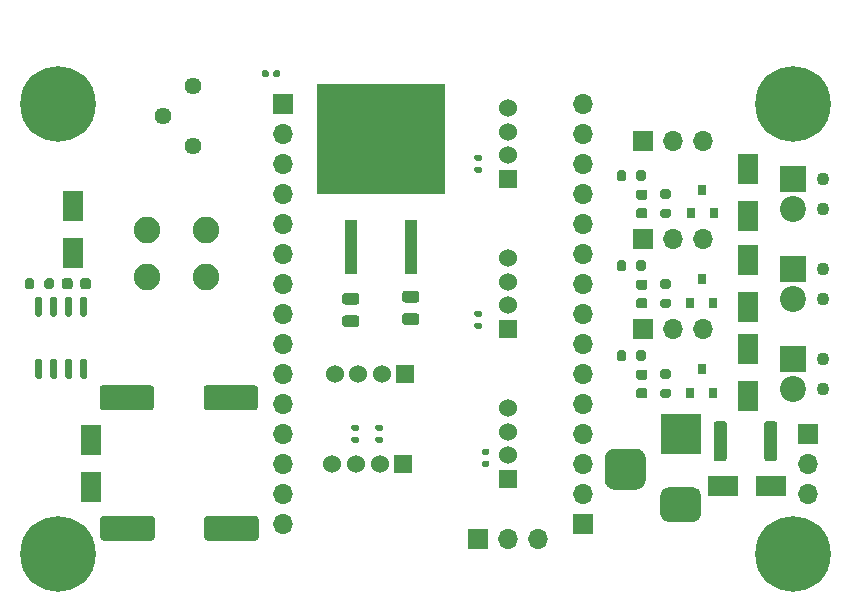
<source format=gbr>
%TF.GenerationSoftware,KiCad,Pcbnew,5.1.10-88a1d61d58~88~ubuntu20.04.1*%
%TF.CreationDate,2021-05-09T16:45:47+02:00*%
%TF.ProjectId,Control_board,436f6e74-726f-46c5-9f62-6f6172642e6b,rev?*%
%TF.SameCoordinates,Original*%
%TF.FileFunction,Soldermask,Top*%
%TF.FilePolarity,Negative*%
%FSLAX46Y46*%
G04 Gerber Fmt 4.6, Leading zero omitted, Abs format (unit mm)*
G04 Created by KiCad (PCBNEW 5.1.10-88a1d61d58~88~ubuntu20.04.1) date 2021-05-09 16:45:47*
%MOMM*%
%LPD*%
G01*
G04 APERTURE LIST*
%ADD10C,1.524000*%
%ADD11R,1.524000X1.524000*%
%ADD12C,1.440000*%
%ADD13R,1.800000X2.500000*%
%ADD14R,2.500000X1.800000*%
%ADD15C,6.400000*%
%ADD16C,0.800000*%
%ADD17R,3.500000X3.500000*%
%ADD18R,2.200000X2.200000*%
%ADD19C,1.100000*%
%ADD20C,2.200000*%
%ADD21O,1.700000X1.700000*%
%ADD22R,1.700000X1.700000*%
%ADD23R,0.800000X0.900000*%
%ADD24R,1.100000X4.600000*%
%ADD25R,10.800000X9.400000*%
%ADD26C,2.250000*%
G04 APERTURE END LIST*
D10*
%TO.C,J1*%
X169450000Y-76200000D03*
X171450000Y-76200000D03*
X173450000Y-76200000D03*
D11*
X175450000Y-76200000D03*
%TD*%
D12*
%TO.C,RV1*%
X157480000Y-56896000D03*
X154940000Y-54356000D03*
X157480000Y-51816000D03*
%TD*%
%TO.C,R3*%
G36*
G01*
X197760000Y-70631000D02*
X197210000Y-70631000D01*
G75*
G02*
X197010000Y-70431000I0J200000D01*
G01*
X197010000Y-70031000D01*
G75*
G02*
X197210000Y-69831000I200000J0D01*
G01*
X197760000Y-69831000D01*
G75*
G02*
X197960000Y-70031000I0J-200000D01*
G01*
X197960000Y-70431000D01*
G75*
G02*
X197760000Y-70631000I-200000J0D01*
G01*
G37*
G36*
G01*
X197760000Y-68981000D02*
X197210000Y-68981000D01*
G75*
G02*
X197010000Y-68781000I0J200000D01*
G01*
X197010000Y-68381000D01*
G75*
G02*
X197210000Y-68181000I200000J0D01*
G01*
X197760000Y-68181000D01*
G75*
G02*
X197960000Y-68381000I0J-200000D01*
G01*
X197960000Y-68781000D01*
G75*
G02*
X197760000Y-68981000I-200000J0D01*
G01*
G37*
%TD*%
%TO.C,C1*%
G36*
G01*
X158418500Y-90081001D02*
X158418500Y-88480999D01*
G75*
G02*
X158668499Y-88231000I249999J0D01*
G01*
X162768501Y-88231000D01*
G75*
G02*
X163018500Y-88480999I0J-249999D01*
G01*
X163018500Y-90081001D01*
G75*
G02*
X162768501Y-90331000I-249999J0D01*
G01*
X158668499Y-90331000D01*
G75*
G02*
X158418500Y-90081001I0J249999D01*
G01*
G37*
G36*
G01*
X149618500Y-90081001D02*
X149618500Y-88480999D01*
G75*
G02*
X149868499Y-88231000I249999J0D01*
G01*
X153968501Y-88231000D01*
G75*
G02*
X154218500Y-88480999I0J-249999D01*
G01*
X154218500Y-90081001D01*
G75*
G02*
X153968501Y-90331000I-249999J0D01*
G01*
X149868499Y-90331000D01*
G75*
G02*
X149618500Y-90081001I0J249999D01*
G01*
G37*
%TD*%
%TO.C,C2*%
G36*
G01*
X148812000Y-68330000D02*
X148812000Y-68830000D01*
G75*
G02*
X148587000Y-69055000I-225000J0D01*
G01*
X148137000Y-69055000D01*
G75*
G02*
X147912000Y-68830000I0J225000D01*
G01*
X147912000Y-68330000D01*
G75*
G02*
X148137000Y-68105000I225000J0D01*
G01*
X148587000Y-68105000D01*
G75*
G02*
X148812000Y-68330000I0J-225000D01*
G01*
G37*
G36*
G01*
X147262000Y-68330000D02*
X147262000Y-68830000D01*
G75*
G02*
X147037000Y-69055000I-225000J0D01*
G01*
X146587000Y-69055000D01*
G75*
G02*
X146362000Y-68830000I0J225000D01*
G01*
X146362000Y-68330000D01*
G75*
G02*
X146587000Y-68105000I225000J0D01*
G01*
X147037000Y-68105000D01*
G75*
G02*
X147262000Y-68330000I0J-225000D01*
G01*
G37*
%TD*%
%TO.C,C3*%
G36*
G01*
X162955000Y-77431999D02*
X162955000Y-79032001D01*
G75*
G02*
X162705001Y-79282000I-249999J0D01*
G01*
X158604999Y-79282000D01*
G75*
G02*
X158355000Y-79032001I0J249999D01*
G01*
X158355000Y-77431999D01*
G75*
G02*
X158604999Y-77182000I249999J0D01*
G01*
X162705001Y-77182000D01*
G75*
G02*
X162955000Y-77431999I0J-249999D01*
G01*
G37*
G36*
G01*
X154155000Y-77431999D02*
X154155000Y-79032001D01*
G75*
G02*
X153905001Y-79282000I-249999J0D01*
G01*
X149804999Y-79282000D01*
G75*
G02*
X149555000Y-79032001I0J249999D01*
G01*
X149555000Y-77431999D01*
G75*
G02*
X149804999Y-77182000I249999J0D01*
G01*
X153905001Y-77182000D01*
G75*
G02*
X154155000Y-77431999I0J-249999D01*
G01*
G37*
%TD*%
%TO.C,C4*%
G36*
G01*
X170340000Y-69350000D02*
X171290000Y-69350000D01*
G75*
G02*
X171540000Y-69600000I0J-250000D01*
G01*
X171540000Y-70100000D01*
G75*
G02*
X171290000Y-70350000I-250000J0D01*
G01*
X170340000Y-70350000D01*
G75*
G02*
X170090000Y-70100000I0J250000D01*
G01*
X170090000Y-69600000D01*
G75*
G02*
X170340000Y-69350000I250000J0D01*
G01*
G37*
G36*
G01*
X170340000Y-71250000D02*
X171290000Y-71250000D01*
G75*
G02*
X171540000Y-71500000I0J-250000D01*
G01*
X171540000Y-72000000D01*
G75*
G02*
X171290000Y-72250000I-250000J0D01*
G01*
X170340000Y-72250000D01*
G75*
G02*
X170090000Y-72000000I0J250000D01*
G01*
X170090000Y-71500000D01*
G75*
G02*
X170340000Y-71250000I250000J0D01*
G01*
G37*
%TD*%
D13*
%TO.C,D1*%
X147320000Y-61976000D03*
X147320000Y-65976000D03*
%TD*%
%TO.C,D2*%
X148844000Y-81820000D03*
X148844000Y-85820000D03*
%TD*%
%TO.C,D3*%
G36*
G01*
X195196750Y-69793500D02*
X195709250Y-69793500D01*
G75*
G02*
X195928000Y-70012250I0J-218750D01*
G01*
X195928000Y-70449750D01*
G75*
G02*
X195709250Y-70668500I-218750J0D01*
G01*
X195196750Y-70668500D01*
G75*
G02*
X194978000Y-70449750I0J218750D01*
G01*
X194978000Y-70012250D01*
G75*
G02*
X195196750Y-69793500I218750J0D01*
G01*
G37*
G36*
G01*
X195196750Y-68218500D02*
X195709250Y-68218500D01*
G75*
G02*
X195928000Y-68437250I0J-218750D01*
G01*
X195928000Y-68874750D01*
G75*
G02*
X195709250Y-69093500I-218750J0D01*
G01*
X195196750Y-69093500D01*
G75*
G02*
X194978000Y-68874750I0J218750D01*
G01*
X194978000Y-68437250D01*
G75*
G02*
X195196750Y-68218500I218750J0D01*
G01*
G37*
%TD*%
%TO.C,D4*%
X204470000Y-70580000D03*
X204470000Y-66580000D03*
%TD*%
%TO.C,D5*%
G36*
G01*
X195196750Y-60598500D02*
X195709250Y-60598500D01*
G75*
G02*
X195928000Y-60817250I0J-218750D01*
G01*
X195928000Y-61254750D01*
G75*
G02*
X195709250Y-61473500I-218750J0D01*
G01*
X195196750Y-61473500D01*
G75*
G02*
X194978000Y-61254750I0J218750D01*
G01*
X194978000Y-60817250D01*
G75*
G02*
X195196750Y-60598500I218750J0D01*
G01*
G37*
G36*
G01*
X195196750Y-62173500D02*
X195709250Y-62173500D01*
G75*
G02*
X195928000Y-62392250I0J-218750D01*
G01*
X195928000Y-62829750D01*
G75*
G02*
X195709250Y-63048500I-218750J0D01*
G01*
X195196750Y-63048500D01*
G75*
G02*
X194978000Y-62829750I0J218750D01*
G01*
X194978000Y-62392250D01*
G75*
G02*
X195196750Y-62173500I218750J0D01*
G01*
G37*
%TD*%
%TO.C,D6*%
X204470000Y-58865000D03*
X204470000Y-62865000D03*
%TD*%
%TO.C,D7*%
G36*
G01*
X195196750Y-75838500D02*
X195709250Y-75838500D01*
G75*
G02*
X195928000Y-76057250I0J-218750D01*
G01*
X195928000Y-76494750D01*
G75*
G02*
X195709250Y-76713500I-218750J0D01*
G01*
X195196750Y-76713500D01*
G75*
G02*
X194978000Y-76494750I0J218750D01*
G01*
X194978000Y-76057250D01*
G75*
G02*
X195196750Y-75838500I218750J0D01*
G01*
G37*
G36*
G01*
X195196750Y-77413500D02*
X195709250Y-77413500D01*
G75*
G02*
X195928000Y-77632250I0J-218750D01*
G01*
X195928000Y-78069750D01*
G75*
G02*
X195709250Y-78288500I-218750J0D01*
G01*
X195196750Y-78288500D01*
G75*
G02*
X194978000Y-78069750I0J218750D01*
G01*
X194978000Y-77632250D01*
G75*
G02*
X195196750Y-77413500I218750J0D01*
G01*
G37*
%TD*%
%TO.C,D8*%
X204470000Y-74105000D03*
X204470000Y-78105000D03*
%TD*%
D14*
%TO.C,D9*%
X206375000Y-85725000D03*
X202375000Y-85725000D03*
%TD*%
%TO.C,F1*%
G36*
G01*
X206937500Y-80464998D02*
X206937500Y-83365002D01*
G75*
G02*
X206687502Y-83615000I-249998J0D01*
G01*
X206062498Y-83615000D01*
G75*
G02*
X205812500Y-83365002I0J249998D01*
G01*
X205812500Y-80464998D01*
G75*
G02*
X206062498Y-80215000I249998J0D01*
G01*
X206687502Y-80215000D01*
G75*
G02*
X206937500Y-80464998I0J-249998D01*
G01*
G37*
G36*
G01*
X202662500Y-80464998D02*
X202662500Y-83365002D01*
G75*
G02*
X202412502Y-83615000I-249998J0D01*
G01*
X201787498Y-83615000D01*
G75*
G02*
X201537500Y-83365002I0J249998D01*
G01*
X201537500Y-80464998D01*
G75*
G02*
X201787498Y-80215000I249998J0D01*
G01*
X202412502Y-80215000D01*
G75*
G02*
X202662500Y-80464998I0J-249998D01*
G01*
G37*
%TD*%
D15*
%TO.C,H1*%
X208280000Y-91440000D03*
D16*
X210680000Y-91440000D03*
X209977056Y-93137056D03*
X208280000Y-93840000D03*
X206582944Y-93137056D03*
X205880000Y-91440000D03*
X206582944Y-89742944D03*
X208280000Y-89040000D03*
X209977056Y-89742944D03*
%TD*%
%TO.C,H2*%
X209977056Y-51642944D03*
X208280000Y-50940000D03*
X206582944Y-51642944D03*
X205880000Y-53340000D03*
X206582944Y-55037056D03*
X208280000Y-55740000D03*
X209977056Y-55037056D03*
X210680000Y-53340000D03*
D15*
X208280000Y-53340000D03*
%TD*%
%TO.C,H3*%
X146050000Y-53340000D03*
D16*
X148450000Y-53340000D03*
X147747056Y-55037056D03*
X146050000Y-55740000D03*
X144352944Y-55037056D03*
X143650000Y-53340000D03*
X144352944Y-51642944D03*
X146050000Y-50940000D03*
X147747056Y-51642944D03*
%TD*%
%TO.C,H4*%
X147747056Y-89742944D03*
X146050000Y-89040000D03*
X144352944Y-89742944D03*
X143650000Y-91440000D03*
X144352944Y-93137056D03*
X146050000Y-93840000D03*
X147747056Y-93137056D03*
X148450000Y-91440000D03*
D15*
X146050000Y-91440000D03*
%TD*%
D11*
%TO.C,J2*%
X184150000Y-59690000D03*
D10*
X184150000Y-57690000D03*
X184150000Y-55690000D03*
X184150000Y-53690000D03*
%TD*%
D11*
%TO.C,J3*%
X184150000Y-72390000D03*
D10*
X184150000Y-70390000D03*
X184150000Y-68390000D03*
X184150000Y-66390000D03*
%TD*%
%TO.C,J4*%
X184150000Y-79090000D03*
X184150000Y-81090000D03*
X184150000Y-83090000D03*
D11*
X184150000Y-85090000D03*
%TD*%
%TO.C,J5*%
X175260000Y-83820000D03*
D10*
X173260000Y-83820000D03*
X171260000Y-83820000D03*
X169260000Y-83820000D03*
%TD*%
D17*
%TO.C,J6*%
X198755000Y-81280000D03*
G36*
G01*
X199755000Y-88780000D02*
X197755000Y-88780000D01*
G75*
G02*
X197005000Y-88030000I0J750000D01*
G01*
X197005000Y-86530000D01*
G75*
G02*
X197755000Y-85780000I750000J0D01*
G01*
X199755000Y-85780000D01*
G75*
G02*
X200505000Y-86530000I0J-750000D01*
G01*
X200505000Y-88030000D01*
G75*
G02*
X199755000Y-88780000I-750000J0D01*
G01*
G37*
G36*
G01*
X194930000Y-86030000D02*
X193180000Y-86030000D01*
G75*
G02*
X192305000Y-85155000I0J875000D01*
G01*
X192305000Y-83405000D01*
G75*
G02*
X193180000Y-82530000I875000J0D01*
G01*
X194930000Y-82530000D01*
G75*
G02*
X195805000Y-83405000I0J-875000D01*
G01*
X195805000Y-85155000D01*
G75*
G02*
X194930000Y-86030000I-875000J0D01*
G01*
G37*
%TD*%
D18*
%TO.C,J7*%
X208280000Y-67310000D03*
D19*
X210820000Y-67310000D03*
D20*
X208280000Y-69850000D03*
D19*
X210820000Y-69850000D03*
%TD*%
%TO.C,J8*%
X210820000Y-62230000D03*
D20*
X208280000Y-62230000D03*
D19*
X210820000Y-59690000D03*
D18*
X208280000Y-59690000D03*
%TD*%
%TO.C,J9*%
X208280000Y-74930000D03*
D19*
X210820000Y-74930000D03*
D20*
X208280000Y-77470000D03*
D19*
X210820000Y-77470000D03*
%TD*%
D21*
%TO.C,J10*%
X190500000Y-53340000D03*
X190500000Y-55880000D03*
X190500000Y-58420000D03*
X190500000Y-60960000D03*
X190500000Y-63500000D03*
X190500000Y-66040000D03*
X190500000Y-68580000D03*
X190500000Y-71120000D03*
X190500000Y-73660000D03*
X190500000Y-76200000D03*
X190500000Y-78740000D03*
X190500000Y-81280000D03*
X190500000Y-83820000D03*
X190500000Y-86360000D03*
D22*
X190500000Y-88900000D03*
%TD*%
%TO.C,J11*%
X165100000Y-53340000D03*
D21*
X165100000Y-55880000D03*
X165100000Y-58420000D03*
X165100000Y-60960000D03*
X165100000Y-63500000D03*
X165100000Y-66040000D03*
X165100000Y-68580000D03*
X165100000Y-71120000D03*
X165100000Y-73660000D03*
X165100000Y-76200000D03*
X165100000Y-78740000D03*
X165100000Y-81280000D03*
X165100000Y-83820000D03*
X165100000Y-86360000D03*
X165100000Y-88900000D03*
%TD*%
D22*
%TO.C,JP1*%
X195580000Y-64770000D03*
D21*
X198120000Y-64770000D03*
X200660000Y-64770000D03*
%TD*%
%TO.C,JP2*%
X200660000Y-56515000D03*
X198120000Y-56515000D03*
D22*
X195580000Y-56515000D03*
%TD*%
%TO.C,JP3*%
X195580000Y-72390000D03*
D21*
X198120000Y-72390000D03*
X200660000Y-72390000D03*
%TD*%
D22*
%TO.C,JP4*%
X181610000Y-90170000D03*
D21*
X184150000Y-90170000D03*
X186690000Y-90170000D03*
%TD*%
%TO.C,JP5*%
X209550000Y-86360000D03*
X209550000Y-83820000D03*
D22*
X209550000Y-81280000D03*
%TD*%
D23*
%TO.C,Q1*%
X200533000Y-68215000D03*
X201483000Y-70215000D03*
X199583000Y-70215000D03*
%TD*%
%TO.C,Q2*%
X199649000Y-62611000D03*
X201549000Y-62611000D03*
X200599000Y-60611000D03*
%TD*%
%TO.C,Q3*%
X199583000Y-77819000D03*
X201483000Y-77819000D03*
X200533000Y-75819000D03*
%TD*%
%TO.C,R1*%
G36*
G01*
X145688000Y-68305000D02*
X145688000Y-68855000D01*
G75*
G02*
X145488000Y-69055000I-200000J0D01*
G01*
X145088000Y-69055000D01*
G75*
G02*
X144888000Y-68855000I0J200000D01*
G01*
X144888000Y-68305000D01*
G75*
G02*
X145088000Y-68105000I200000J0D01*
G01*
X145488000Y-68105000D01*
G75*
G02*
X145688000Y-68305000I0J-200000D01*
G01*
G37*
G36*
G01*
X144038000Y-68305000D02*
X144038000Y-68855000D01*
G75*
G02*
X143838000Y-69055000I-200000J0D01*
G01*
X143438000Y-69055000D01*
G75*
G02*
X143238000Y-68855000I0J200000D01*
G01*
X143238000Y-68305000D01*
G75*
G02*
X143438000Y-68105000I200000J0D01*
G01*
X143838000Y-68105000D01*
G75*
G02*
X144038000Y-68305000I0J-200000D01*
G01*
G37*
%TD*%
%TO.C,R2*%
G36*
G01*
X195789000Y-66781000D02*
X195789000Y-67331000D01*
G75*
G02*
X195589000Y-67531000I-200000J0D01*
G01*
X195189000Y-67531000D01*
G75*
G02*
X194989000Y-67331000I0J200000D01*
G01*
X194989000Y-66781000D01*
G75*
G02*
X195189000Y-66581000I200000J0D01*
G01*
X195589000Y-66581000D01*
G75*
G02*
X195789000Y-66781000I0J-200000D01*
G01*
G37*
G36*
G01*
X194139000Y-66781000D02*
X194139000Y-67331000D01*
G75*
G02*
X193939000Y-67531000I-200000J0D01*
G01*
X193539000Y-67531000D01*
G75*
G02*
X193339000Y-67331000I0J200000D01*
G01*
X193339000Y-66781000D01*
G75*
G02*
X193539000Y-66581000I200000J0D01*
G01*
X193939000Y-66581000D01*
G75*
G02*
X194139000Y-66781000I0J-200000D01*
G01*
G37*
%TD*%
%TO.C,R4*%
G36*
G01*
X194139000Y-59161000D02*
X194139000Y-59711000D01*
G75*
G02*
X193939000Y-59911000I-200000J0D01*
G01*
X193539000Y-59911000D01*
G75*
G02*
X193339000Y-59711000I0J200000D01*
G01*
X193339000Y-59161000D01*
G75*
G02*
X193539000Y-58961000I200000J0D01*
G01*
X193939000Y-58961000D01*
G75*
G02*
X194139000Y-59161000I0J-200000D01*
G01*
G37*
G36*
G01*
X195789000Y-59161000D02*
X195789000Y-59711000D01*
G75*
G02*
X195589000Y-59911000I-200000J0D01*
G01*
X195189000Y-59911000D01*
G75*
G02*
X194989000Y-59711000I0J200000D01*
G01*
X194989000Y-59161000D01*
G75*
G02*
X195189000Y-58961000I200000J0D01*
G01*
X195589000Y-58961000D01*
G75*
G02*
X195789000Y-59161000I0J-200000D01*
G01*
G37*
%TD*%
%TO.C,R5*%
G36*
G01*
X197760000Y-63011000D02*
X197210000Y-63011000D01*
G75*
G02*
X197010000Y-62811000I0J200000D01*
G01*
X197010000Y-62411000D01*
G75*
G02*
X197210000Y-62211000I200000J0D01*
G01*
X197760000Y-62211000D01*
G75*
G02*
X197960000Y-62411000I0J-200000D01*
G01*
X197960000Y-62811000D01*
G75*
G02*
X197760000Y-63011000I-200000J0D01*
G01*
G37*
G36*
G01*
X197760000Y-61361000D02*
X197210000Y-61361000D01*
G75*
G02*
X197010000Y-61161000I0J200000D01*
G01*
X197010000Y-60761000D01*
G75*
G02*
X197210000Y-60561000I200000J0D01*
G01*
X197760000Y-60561000D01*
G75*
G02*
X197960000Y-60761000I0J-200000D01*
G01*
X197960000Y-61161000D01*
G75*
G02*
X197760000Y-61361000I-200000J0D01*
G01*
G37*
%TD*%
%TO.C,R6*%
G36*
G01*
X194139000Y-74401000D02*
X194139000Y-74951000D01*
G75*
G02*
X193939000Y-75151000I-200000J0D01*
G01*
X193539000Y-75151000D01*
G75*
G02*
X193339000Y-74951000I0J200000D01*
G01*
X193339000Y-74401000D01*
G75*
G02*
X193539000Y-74201000I200000J0D01*
G01*
X193939000Y-74201000D01*
G75*
G02*
X194139000Y-74401000I0J-200000D01*
G01*
G37*
G36*
G01*
X195789000Y-74401000D02*
X195789000Y-74951000D01*
G75*
G02*
X195589000Y-75151000I-200000J0D01*
G01*
X195189000Y-75151000D01*
G75*
G02*
X194989000Y-74951000I0J200000D01*
G01*
X194989000Y-74401000D01*
G75*
G02*
X195189000Y-74201000I200000J0D01*
G01*
X195589000Y-74201000D01*
G75*
G02*
X195789000Y-74401000I0J-200000D01*
G01*
G37*
%TD*%
%TO.C,R7*%
G36*
G01*
X197760000Y-76601000D02*
X197210000Y-76601000D01*
G75*
G02*
X197010000Y-76401000I0J200000D01*
G01*
X197010000Y-76001000D01*
G75*
G02*
X197210000Y-75801000I200000J0D01*
G01*
X197760000Y-75801000D01*
G75*
G02*
X197960000Y-76001000I0J-200000D01*
G01*
X197960000Y-76401000D01*
G75*
G02*
X197760000Y-76601000I-200000J0D01*
G01*
G37*
G36*
G01*
X197760000Y-78251000D02*
X197210000Y-78251000D01*
G75*
G02*
X197010000Y-78051000I0J200000D01*
G01*
X197010000Y-77651000D01*
G75*
G02*
X197210000Y-77451000I200000J0D01*
G01*
X197760000Y-77451000D01*
G75*
G02*
X197960000Y-77651000I0J-200000D01*
G01*
X197960000Y-78051000D01*
G75*
G02*
X197760000Y-78251000I-200000J0D01*
G01*
G37*
%TD*%
%TO.C,R8*%
G36*
G01*
X181795000Y-59200000D02*
X181425000Y-59200000D01*
G75*
G02*
X181290000Y-59065000I0J135000D01*
G01*
X181290000Y-58795000D01*
G75*
G02*
X181425000Y-58660000I135000J0D01*
G01*
X181795000Y-58660000D01*
G75*
G02*
X181930000Y-58795000I0J-135000D01*
G01*
X181930000Y-59065000D01*
G75*
G02*
X181795000Y-59200000I-135000J0D01*
G01*
G37*
G36*
G01*
X181795000Y-58180000D02*
X181425000Y-58180000D01*
G75*
G02*
X181290000Y-58045000I0J135000D01*
G01*
X181290000Y-57775000D01*
G75*
G02*
X181425000Y-57640000I135000J0D01*
G01*
X181795000Y-57640000D01*
G75*
G02*
X181930000Y-57775000I0J-135000D01*
G01*
X181930000Y-58045000D01*
G75*
G02*
X181795000Y-58180000I-135000J0D01*
G01*
G37*
%TD*%
%TO.C,R9*%
G36*
G01*
X181795000Y-72410000D02*
X181425000Y-72410000D01*
G75*
G02*
X181290000Y-72275000I0J135000D01*
G01*
X181290000Y-72005000D01*
G75*
G02*
X181425000Y-71870000I135000J0D01*
G01*
X181795000Y-71870000D01*
G75*
G02*
X181930000Y-72005000I0J-135000D01*
G01*
X181930000Y-72275000D01*
G75*
G02*
X181795000Y-72410000I-135000J0D01*
G01*
G37*
G36*
G01*
X181795000Y-71390000D02*
X181425000Y-71390000D01*
G75*
G02*
X181290000Y-71255000I0J135000D01*
G01*
X181290000Y-70985000D01*
G75*
G02*
X181425000Y-70850000I135000J0D01*
G01*
X181795000Y-70850000D01*
G75*
G02*
X181930000Y-70985000I0J-135000D01*
G01*
X181930000Y-71255000D01*
G75*
G02*
X181795000Y-71390000I-135000J0D01*
G01*
G37*
%TD*%
%TO.C,R10*%
G36*
G01*
X182430000Y-84090000D02*
X182060000Y-84090000D01*
G75*
G02*
X181925000Y-83955000I0J135000D01*
G01*
X181925000Y-83685000D01*
G75*
G02*
X182060000Y-83550000I135000J0D01*
G01*
X182430000Y-83550000D01*
G75*
G02*
X182565000Y-83685000I0J-135000D01*
G01*
X182565000Y-83955000D01*
G75*
G02*
X182430000Y-84090000I-135000J0D01*
G01*
G37*
G36*
G01*
X182430000Y-83070000D02*
X182060000Y-83070000D01*
G75*
G02*
X181925000Y-82935000I0J135000D01*
G01*
X181925000Y-82665000D01*
G75*
G02*
X182060000Y-82530000I135000J0D01*
G01*
X182430000Y-82530000D01*
G75*
G02*
X182565000Y-82665000I0J-135000D01*
G01*
X182565000Y-82935000D01*
G75*
G02*
X182430000Y-83070000I-135000J0D01*
G01*
G37*
%TD*%
%TO.C,R11*%
G36*
G01*
X173043000Y-81518000D02*
X173413000Y-81518000D01*
G75*
G02*
X173548000Y-81653000I0J-135000D01*
G01*
X173548000Y-81923000D01*
G75*
G02*
X173413000Y-82058000I-135000J0D01*
G01*
X173043000Y-82058000D01*
G75*
G02*
X172908000Y-81923000I0J135000D01*
G01*
X172908000Y-81653000D01*
G75*
G02*
X173043000Y-81518000I135000J0D01*
G01*
G37*
G36*
G01*
X173043000Y-80498000D02*
X173413000Y-80498000D01*
G75*
G02*
X173548000Y-80633000I0J-135000D01*
G01*
X173548000Y-80903000D01*
G75*
G02*
X173413000Y-81038000I-135000J0D01*
G01*
X173043000Y-81038000D01*
G75*
G02*
X172908000Y-80903000I0J135000D01*
G01*
X172908000Y-80633000D01*
G75*
G02*
X173043000Y-80498000I135000J0D01*
G01*
G37*
%TD*%
%TO.C,R12*%
G36*
G01*
X171011000Y-81522000D02*
X171381000Y-81522000D01*
G75*
G02*
X171516000Y-81657000I0J-135000D01*
G01*
X171516000Y-81927000D01*
G75*
G02*
X171381000Y-82062000I-135000J0D01*
G01*
X171011000Y-82062000D01*
G75*
G02*
X170876000Y-81927000I0J135000D01*
G01*
X170876000Y-81657000D01*
G75*
G02*
X171011000Y-81522000I135000J0D01*
G01*
G37*
G36*
G01*
X171011000Y-80502000D02*
X171381000Y-80502000D01*
G75*
G02*
X171516000Y-80637000I0J-135000D01*
G01*
X171516000Y-80907000D01*
G75*
G02*
X171381000Y-81042000I-135000J0D01*
G01*
X171011000Y-81042000D01*
G75*
G02*
X170876000Y-80907000I0J135000D01*
G01*
X170876000Y-80637000D01*
G75*
G02*
X171011000Y-80502000I135000J0D01*
G01*
G37*
%TD*%
%TO.C,U1*%
G36*
G01*
X148059000Y-69702000D02*
X148359000Y-69702000D01*
G75*
G02*
X148509000Y-69852000I0J-150000D01*
G01*
X148509000Y-71202000D01*
G75*
G02*
X148359000Y-71352000I-150000J0D01*
G01*
X148059000Y-71352000D01*
G75*
G02*
X147909000Y-71202000I0J150000D01*
G01*
X147909000Y-69852000D01*
G75*
G02*
X148059000Y-69702000I150000J0D01*
G01*
G37*
G36*
G01*
X146789000Y-69702000D02*
X147089000Y-69702000D01*
G75*
G02*
X147239000Y-69852000I0J-150000D01*
G01*
X147239000Y-71202000D01*
G75*
G02*
X147089000Y-71352000I-150000J0D01*
G01*
X146789000Y-71352000D01*
G75*
G02*
X146639000Y-71202000I0J150000D01*
G01*
X146639000Y-69852000D01*
G75*
G02*
X146789000Y-69702000I150000J0D01*
G01*
G37*
G36*
G01*
X145519000Y-69702000D02*
X145819000Y-69702000D01*
G75*
G02*
X145969000Y-69852000I0J-150000D01*
G01*
X145969000Y-71202000D01*
G75*
G02*
X145819000Y-71352000I-150000J0D01*
G01*
X145519000Y-71352000D01*
G75*
G02*
X145369000Y-71202000I0J150000D01*
G01*
X145369000Y-69852000D01*
G75*
G02*
X145519000Y-69702000I150000J0D01*
G01*
G37*
G36*
G01*
X144249000Y-69702000D02*
X144549000Y-69702000D01*
G75*
G02*
X144699000Y-69852000I0J-150000D01*
G01*
X144699000Y-71202000D01*
G75*
G02*
X144549000Y-71352000I-150000J0D01*
G01*
X144249000Y-71352000D01*
G75*
G02*
X144099000Y-71202000I0J150000D01*
G01*
X144099000Y-69852000D01*
G75*
G02*
X144249000Y-69702000I150000J0D01*
G01*
G37*
G36*
G01*
X144249000Y-74952000D02*
X144549000Y-74952000D01*
G75*
G02*
X144699000Y-75102000I0J-150000D01*
G01*
X144699000Y-76452000D01*
G75*
G02*
X144549000Y-76602000I-150000J0D01*
G01*
X144249000Y-76602000D01*
G75*
G02*
X144099000Y-76452000I0J150000D01*
G01*
X144099000Y-75102000D01*
G75*
G02*
X144249000Y-74952000I150000J0D01*
G01*
G37*
G36*
G01*
X145519000Y-74952000D02*
X145819000Y-74952000D01*
G75*
G02*
X145969000Y-75102000I0J-150000D01*
G01*
X145969000Y-76452000D01*
G75*
G02*
X145819000Y-76602000I-150000J0D01*
G01*
X145519000Y-76602000D01*
G75*
G02*
X145369000Y-76452000I0J150000D01*
G01*
X145369000Y-75102000D01*
G75*
G02*
X145519000Y-74952000I150000J0D01*
G01*
G37*
G36*
G01*
X146789000Y-74952000D02*
X147089000Y-74952000D01*
G75*
G02*
X147239000Y-75102000I0J-150000D01*
G01*
X147239000Y-76452000D01*
G75*
G02*
X147089000Y-76602000I-150000J0D01*
G01*
X146789000Y-76602000D01*
G75*
G02*
X146639000Y-76452000I0J150000D01*
G01*
X146639000Y-75102000D01*
G75*
G02*
X146789000Y-74952000I150000J0D01*
G01*
G37*
G36*
G01*
X148059000Y-74952000D02*
X148359000Y-74952000D01*
G75*
G02*
X148509000Y-75102000I0J-150000D01*
G01*
X148509000Y-76452000D01*
G75*
G02*
X148359000Y-76602000I-150000J0D01*
G01*
X148059000Y-76602000D01*
G75*
G02*
X147909000Y-76452000I0J150000D01*
G01*
X147909000Y-75102000D01*
G75*
G02*
X148059000Y-74952000I150000J0D01*
G01*
G37*
%TD*%
D24*
%TO.C,U2*%
X170815000Y-65465000D03*
X175895000Y-65465000D03*
D25*
X173355000Y-56315000D03*
%TD*%
%TO.C,C5*%
G36*
G01*
X175420000Y-69175000D02*
X176370000Y-69175000D01*
G75*
G02*
X176620000Y-69425000I0J-250000D01*
G01*
X176620000Y-69925000D01*
G75*
G02*
X176370000Y-70175000I-250000J0D01*
G01*
X175420000Y-70175000D01*
G75*
G02*
X175170000Y-69925000I0J250000D01*
G01*
X175170000Y-69425000D01*
G75*
G02*
X175420000Y-69175000I250000J0D01*
G01*
G37*
G36*
G01*
X175420000Y-71075000D02*
X176370000Y-71075000D01*
G75*
G02*
X176620000Y-71325000I0J-250000D01*
G01*
X176620000Y-71825000D01*
G75*
G02*
X176370000Y-72075000I-250000J0D01*
G01*
X175420000Y-72075000D01*
G75*
G02*
X175170000Y-71825000I0J250000D01*
G01*
X175170000Y-71325000D01*
G75*
G02*
X175420000Y-71075000I250000J0D01*
G01*
G37*
%TD*%
%TO.C,C6*%
G36*
G01*
X163296000Y-50970000D02*
X163296000Y-50630000D01*
G75*
G02*
X163436000Y-50490000I140000J0D01*
G01*
X163716000Y-50490000D01*
G75*
G02*
X163856000Y-50630000I0J-140000D01*
G01*
X163856000Y-50970000D01*
G75*
G02*
X163716000Y-51110000I-140000J0D01*
G01*
X163436000Y-51110000D01*
G75*
G02*
X163296000Y-50970000I0J140000D01*
G01*
G37*
G36*
G01*
X164256000Y-50970000D02*
X164256000Y-50630000D01*
G75*
G02*
X164396000Y-50490000I140000J0D01*
G01*
X164676000Y-50490000D01*
G75*
G02*
X164816000Y-50630000I0J-140000D01*
G01*
X164816000Y-50970000D01*
G75*
G02*
X164676000Y-51110000I-140000J0D01*
G01*
X164396000Y-51110000D01*
G75*
G02*
X164256000Y-50970000I0J140000D01*
G01*
G37*
%TD*%
D26*
%TO.C,L1*%
X153580000Y-64040000D03*
X153580000Y-68040000D03*
X158580000Y-68040000D03*
X158580000Y-64040000D03*
%TD*%
M02*

</source>
